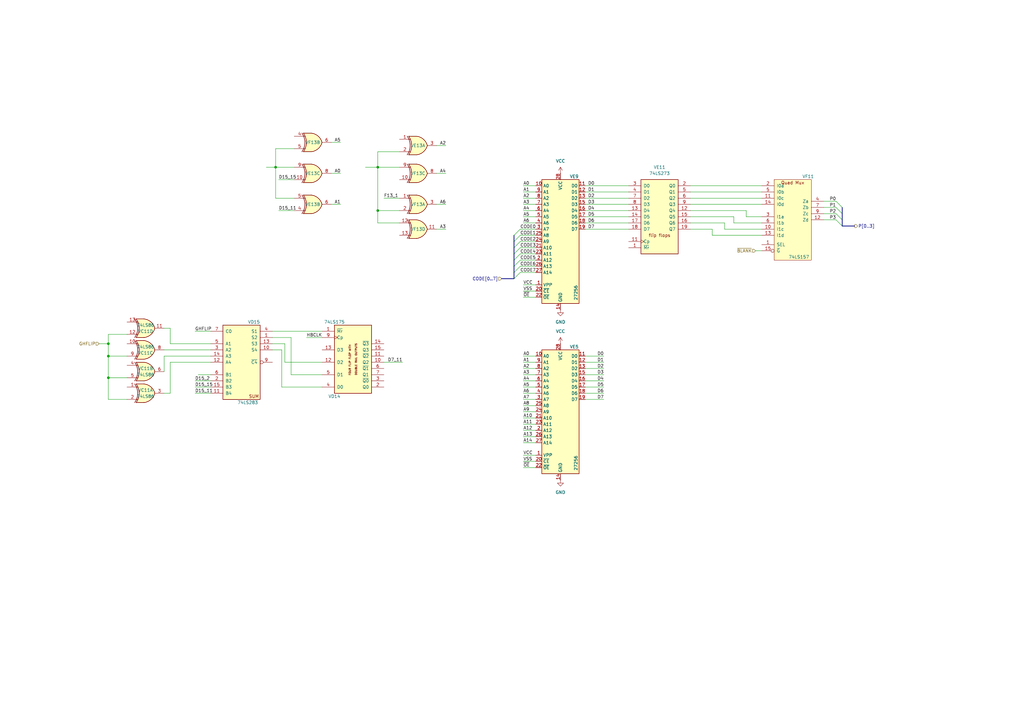
<source format=kicad_sch>
(kicad_sch (version 20231120) (generator "eeschema") (generator_version "8.0")
  (paper "A3")
  (title_block (date "2024-10-12") (company "JOTEGO") (comment 1 "Jose Tejada"))
  (lib_symbols
    (symbol "Memory_EPROM:27256"
      (property "Reference" "U" (at -7.62 26.67 0))
      (property "Value" "27256" (at 2.54 -26.67 0))
      (symbol "27256_1_1"
        (rectangle (start -7.62 25.4) (end 7.62 -25.4) (stroke (width 0.254)) (fill (type background)))
        (pin input line (at -10.16 -17.78 0) (length 2.54) (name "VPP") (number "1"))
        (pin input line (at -10.16 22.86 0) (length 2.54) (name "A0") (number "10"))
        (pin tri_state line (at 10.16 22.86 180) (length 2.54) (name "D0") (number "11"))
        (pin tri_state line (at 10.16 20.32 180) (length 2.54) (name "D1") (number "12"))
        (pin tri_state line (at 10.16 17.78 180) (length 2.54) (name "D2") (number "13"))
        (pin power_in line (at 0 -27.94 90) (length 2.54) (name "GND") (number "14"))
        (pin tri_state line (at 10.16 15.24 180) (length 2.54) (name "D3") (number "15"))
        (pin tri_state line (at 10.16 12.7 180) (length 2.54) (name "D4") (number "16"))
        (pin tri_state line (at 10.16 10.16 180) (length 2.54) (name "D5") (number "17"))
        (pin tri_state line (at 10.16 7.62 180) (length 2.54) (name "D6") (number "18"))
        (pin tri_state line (at 10.16 5.08 180) (length 2.54) (name "D7") (number "19"))
        (pin input line (at -10.16 -7.62 0) (length 2.54) (name "A12") (number "2"))
        (pin input line (at -10.16 -20.32 0) (length 2.54) (name "~{CE}") (number "20"))
        (pin input line (at -10.16 -2.54 0) (length 2.54) (name "A10") (number "21"))
        (pin input line (at -10.16 -22.86 0) (length 2.54) (name "~{OE}") (number "22"))
        (pin input line (at -10.16 -5.08 0) (length 2.54) (name "A11") (number "23"))
        (pin input line (at -10.16 0 0) (length 2.54) (name "A9") (number "24"))
        (pin input line (at -10.16 2.54 0) (length 2.54) (name "A8") (number "25"))
        (pin input line (at -10.16 -10.16 0) (length 2.54) (name "A13") (number "26"))
        (pin input line (at -10.16 -12.7 0) (length 2.54) (name "A14") (number "27"))
        (pin power_in line (at 0 27.94 270) (length 2.54) (name "VCC") (number "28"))
        (pin input line (at -10.16 5.08 0) (length 2.54) (name "A7") (number "3"))
        (pin input line (at -10.16 7.62 0) (length 2.54) (name "A6") (number "4"))
        (pin input line (at -10.16 10.16 0) (length 2.54) (name "A5") (number "5"))
        (pin input line (at -10.16 12.7 0) (length 2.54) (name "A4") (number "6"))
        (pin input line (at -10.16 15.24 0) (length 2.54) (name "A3") (number "7"))
        (pin input line (at -10.16 17.78 0) (length 2.54) (name "A2") (number "8"))
        (pin input line (at -10.16 20.32 0) (length 2.54) (name "A1") (number "9"))
      )
    )
    (symbol "jt74:74LS157" (pin_names (offset 1.016))
      (property "Reference" "U" (at 5.08 16.51 0))
      (property "Value" "74LS157" (at 0 -16.51 0))
      (symbol "74LS157_0_0"
        (text "Quad Mux" (at 0 13.97 0) (effects (font (size 1.27 1.27))))
      )
      (symbol "74LS157_1_0"
        (pin input line (at -12.7 -11.43 0) (length 5.08) (name "SEL") (number "1"))
        (pin input line (at -12.7 -5.08 0) (length 5.08) (name "I1c") (number "10"))
        (pin input line (at -12.7 7.62 0) (length 5.08) (name "I0c") (number "11"))
        (pin output line (at 12.7 -1.27 180) (length 5.08) (name "Zd") (number "12"))
        (pin input line (at -12.7 -7.62 0) (length 5.08) (name "I1d") (number "13"))
        (pin input line (at -12.7 5.08 0) (length 5.08) (name "I0d") (number "14"))
        (pin input inverted (at -12.7 -13.97 0) (length 5.08) (name "~{G}") (number "15"))
        (pin input line (at -12.7 12.7 0) (length 5.08) (name "I0a") (number "2"))
        (pin input line (at -12.7 0 0) (length 5.08) (name "I1a") (number "3"))
        (pin output line (at 12.7 6.35 180) (length 5.08) (name "Za") (number "4"))
        (pin input line (at -12.7 10.16 0) (length 5.08) (name "I0b") (number "5"))
        (pin input line (at -12.7 -2.54 0) (length 5.08) (name "I1b") (number "6"))
        (pin output line (at 12.7 3.81 180) (length 5.08) (name "Zb") (number "7"))
        (pin output line (at 12.7 1.27 180) (length 5.08) (name "Zc") (number "9"))
      )
      (symbol "74LS157_1_1"
        (rectangle (start -7.62 15.24) (end 7.62 -17.78) (fill (type background)))
      )
    )
    (symbol "jt74:74LS175" (pin_names (offset 1.016))
      (property "Reference" "U" (at -7.62 13.97 0))
      (property "Value" "74LS175" (at -7.62 -16.51 0))
      (symbol "74LS175_0_0"
        (text "DOUBLE RAIL OUTPUTS" (at 1.27 -1.27 900) (effects (font (size 0.762 0.762))))
        (text "FOUR FLIP FLOP WITH " (at -1.27 -1.27 900) (effects (font (size 0.762 0.762))))
      )
      (symbol "74LS175_1_0"
        (pin input line (at -12.7 -12.7 0) (length 5.08) (name "~{Mr}") (number "1"))
        (pin output line (at 12.7 0 180) (length 5.08) (name "Q2") (number "10"))
        (pin output line (at 12.7 -2.54 180) (length 5.08) (name "~{Q2}") (number "11"))
        (pin input line (at -12.7 0 0) (length 5.08) (name "D2") (number "12"))
        (pin input line (at -12.7 -5.08 0) (length 5.08) (name "D3") (number "13"))
        (pin output line (at 12.7 -7.62 180) (length 5.08) (name "~{Q3}") (number "14"))
        (pin output line (at 12.7 -5.08 180) (length 5.08) (name "Q3") (number "15"))
        (pin output line (at 12.7 10.16 180) (length 5.08) (name "Q0") (number "2"))
        (pin output line (at 12.7 7.62 180) (length 5.08) (name "~{Q0}") (number "3"))
        (pin input line (at -12.7 10.16 0) (length 5.08) (name "D0") (number "4"))
        (pin input line (at -12.7 5.08 0) (length 5.08) (name "D1") (number "5"))
        (pin output line (at 12.7 2.54 180) (length 5.08) (name "~{Q1}") (number "6"))
        (pin output line (at 12.7 5.08 180) (length 5.08) (name "Q1") (number "7"))
        (pin input clock (at -12.7 -10.16 0) (length 5.08) (name "Cp") (number "9"))
      )
      (symbol "74LS175_1_1"
        (rectangle (start -7.62 12.7) (end 7.62 -15.24) (stroke (width 0.254)) (fill (type background)))
      )
    )
    (symbol "jt74:74LS273" (pin_names (offset 1.016))
      (property "Reference" "U" (at 0 2.54 0))
      (property "Value" "74LS273" (at 2.54 -13.97 0))
      (symbol "74LS273_0_0"
        (text "flip flops" (at 0 -7.62 0) (effects (font (size 1.27 1.27))))
      )
      (symbol "74LS273_1_0"
        (pin input line (at -12.7 -12.7 0) (length 5.08) (name "~{Mr}") (number "1"))
        (pin input clock (at -12.7 -10.16 0) (length 5.08) (name "Cp") (number "11"))
        (pin output line (at 12.7 2.54 180) (length 5.08) (name "Q4") (number "12"))
        (pin input line (at -12.7 2.54 0) (length 5.08) (name "D4") (number "13"))
        (pin input line (at -12.7 0 0) (length 5.08) (name "D5") (number "14"))
        (pin output line (at 12.7 0 180) (length 5.08) (name "Q5") (number "15"))
        (pin output line (at 12.7 -2.54 180) (length 5.08) (name "Q6") (number "16"))
        (pin input line (at -12.7 -2.54 0) (length 5.08) (name "D6") (number "17"))
        (pin input line (at -12.7 -5.08 0) (length 5.08) (name "D7") (number "18"))
        (pin output line (at 12.7 -5.08 180) (length 5.08) (name "Q7") (number "19"))
        (pin output line (at 12.7 12.7 180) (length 5.08) (name "Q0") (number "2"))
        (pin input line (at -12.7 12.7 0) (length 5.08) (name "D0") (number "3"))
        (pin input line (at -12.7 10.16 0) (length 5.08) (name "D1") (number "4"))
        (pin output line (at 12.7 10.16 180) (length 5.08) (name "Q1") (number "5"))
        (pin output line (at 12.7 7.62 180) (length 5.08) (name "Q2") (number "6"))
        (pin input line (at -12.7 7.62 0) (length 5.08) (name "D2") (number "7"))
        (pin input line (at -12.7 5.08 0) (length 5.08) (name "D3") (number "8"))
        (pin output line (at 12.7 5.08 180) (length 5.08) (name "Q3") (number "9"))
      )
      (symbol "74LS273_1_1"
        (rectangle (start -7.62 15.24) (end 7.62 -15.24) (stroke (width 0.254)) (fill (type background)))
      )
    )
    (symbol "jt74:74LS283" (pin_names (offset 1.016))
      (property "Reference" "U" (at 0 -5.08 0))
      (property "Value" "74LS283" (at 1.27 -7.62 0))
      (symbol "74LS283_0_0"
        (text "SUM" (at 5.08 -13.97 0) (effects (font (size 1.27 1.27))))
      )
      (symbol "74LS283_1_0"
        (pin output line (at 12.7 10.16 180) (length 5.08) (name "S2") (number "1"))
        (pin output line (at 12.7 5.08 180) (length 5.08) (name "S4") (number "10"))
        (pin input line (at -12.7 -12.7 0) (length 5.08) (name "B4") (number "11"))
        (pin input line (at -12.7 0 0) (length 5.08) (name "A4") (number "12"))
        (pin output line (at 12.7 7.62 180) (length 5.08) (name "S3") (number "13"))
        (pin input line (at -12.7 2.54 0) (length 5.08) (name "A3") (number "14"))
        (pin input line (at -12.7 -10.16 0) (length 5.08) (name "B3") (number "15"))
        (pin input line (at -12.7 -7.62 0) (length 5.08) (name "B2") (number "2"))
        (pin input line (at -12.7 5.08 0) (length 5.08) (name "A2") (number "3"))
        (pin output line (at 12.7 12.7 180) (length 5.08) (name "S1") (number "4"))
        (pin input line (at -12.7 7.62 0) (length 5.08) (name "A1") (number "5"))
        (pin input line (at -12.7 -5.08 0) (length 5.08) (name "B1") (number "6"))
        (pin input line (at -12.7 12.7 0) (length 5.08) (name "C0") (number "7"))
        (pin output inverted (at 12.7 0 180) (length 5.08) (name "~{C4}") (number "9"))
      )
      (symbol "74LS283_1_1"
        (rectangle (start -7.62 15.24) (end 7.62 -15.24) (stroke (width 0.254)) (fill (type background)))
      )
    )
    (symbol "jt74:74LS86" (pin_names (offset 1.016))
      (property "Reference" "U" (at 0 1.27 0))
      (property "Value" "74LS86" (at 0 -1.27 0))
      (symbol "74LS86_1_0"
        (arc (start -4.4196 -3.81) (mid -3.2033 0) (end -4.4196 3.81) (stroke (width 0.254)))
        (arc (start -3.81 -3.81) (mid -2.589 0) (end -3.81 3.81) (stroke (width 0.254)))
        (arc (start -0.6096 -3.81) (mid 2.1842 -2.5851) (end 3.81 0) (stroke (width 0.254)) (fill (type background)))
        (polyline (pts (xy -3.81 -3.81) (xy -0.635 -3.81)) (stroke (width 0.254)) (fill (type background)))
        (polyline (pts (xy -3.81 3.81) (xy -0.635 3.81)) (stroke (width 0.254)) (fill (type background)))
        (polyline (pts (xy -0.635 3.81) (xy -3.81 3.81) (xy -3.81 3.81) (xy -3.556 3.4036) (xy -3.0226 2.2606) (xy -2.6924 1.0414) (xy -2.6162 -0.254) (xy -2.7686 -1.4986) (xy -3.175 -2.7178) (xy -3.81 -3.81) (xy -3.81 -3.81) (xy -0.635 -3.81)) (stroke (width -25.4)) (fill (type background)))
        (arc (start 3.81 0) (mid 2.1915 2.5936) (end -0.6096 3.81) (stroke (width 0.254)) (fill (type background)))
        (pin input line (at -7.62 2.54 0) (length 4.445) (name "~") (number "1"))
        (pin input line (at -7.62 -2.54 0) (length 4.445) (name "~") (number "2"))
        (pin output line (at 7.62 0 180) (length 3.81) (name "~") (number "3"))
      )
      (symbol "74LS86_1_1"
        (polyline (pts (xy -3.81 -2.54) (xy -3.175 -2.54)) (stroke (width 0.1524)))
        (polyline (pts (xy -3.81 2.54) (xy -3.175 2.54)) (stroke (width 0.1524)))
      )
      (symbol "74LS86_2_0"
        (arc (start -4.4196 -3.81) (mid -3.2033 0) (end -4.4196 3.81) (stroke (width 0.254)))
        (arc (start -3.81 -3.81) (mid -2.589 0) (end -3.81 3.81) (stroke (width 0.254)))
        (arc (start -0.6096 -3.81) (mid 2.1842 -2.5851) (end 3.81 0) (stroke (width 0.254)) (fill (type background)))
        (polyline (pts (xy -3.81 -3.81) (xy -0.635 -3.81)) (stroke (width 0.254)) (fill (type background)))
        (polyline (pts (xy -3.81 3.81) (xy -0.635 3.81)) (stroke (width 0.254)) (fill (type background)))
        (polyline (pts (xy -0.635 3.81) (xy -3.81 3.81) (xy -3.81 3.81) (xy -3.556 3.4036) (xy -3.0226 2.2606) (xy -2.6924 1.0414) (xy -2.6162 -0.254) (xy -2.7686 -1.4986) (xy -3.175 -2.7178) (xy -3.81 -3.81) (xy -3.81 -3.81) (xy -0.635 -3.81)) (stroke (width -25.4)) (fill (type background)))
        (arc (start 3.81 0) (mid 2.1915 2.5936) (end -0.6096 3.81) (stroke (width 0.254)) (fill (type background)))
        (pin input line (at -7.62 2.54 0) (length 4.445) (name "~") (number "4"))
        (pin input line (at -7.62 -2.54 0) (length 4.445) (name "~") (number "5"))
        (pin output line (at 7.62 0 180) (length 3.81) (name "~") (number "6"))
      )
      (symbol "74LS86_2_1"
        (polyline (pts (xy -3.81 -2.54) (xy -3.175 -2.54)) (stroke (width 0.1524)))
        (polyline (pts (xy -3.81 2.54) (xy -3.175 2.54)) (stroke (width 0.1524)))
      )
      (symbol "74LS86_3_0"
        (arc (start -4.4196 -3.81) (mid -3.2033 0) (end -4.4196 3.81) (stroke (width 0.254)))
        (arc (start -3.81 -3.81) (mid -2.589 0) (end -3.81 3.81) (stroke (width 0.254)))
        (arc (start -0.6096 -3.81) (mid 2.1842 -2.5851) (end 3.81 0) (stroke (width 0.254)) (fill (type background)))
        (polyline (pts (xy -3.81 -3.81) (xy -0.635 -3.81)) (stroke (width 0.254)) (fill (type background)))
        (polyline (pts (xy -3.81 3.81) (xy -0.635 3.81)) (stroke (width 0.254)) (fill (type background)))
        (polyline (pts (xy -0.635 3.81) (xy -3.81 3.81) (xy -3.81 3.81) (xy -3.556 3.4036) (xy -3.0226 2.2606) (xy -2.6924 1.0414) (xy -2.6162 -0.254) (xy -2.7686 -1.4986) (xy -3.175 -2.7178) (xy -3.81 -3.81) (xy -3.81 -3.81) (xy -0.635 -3.81)) (stroke (width -25.4)) (fill (type background)))
        (arc (start 3.81 0) (mid 2.1915 2.5936) (end -0.6096 3.81) (stroke (width 0.254)) (fill (type background)))
        (pin input line (at -7.62 -2.54 0) (length 4.445) (name "~") (number "10"))
        (pin output line (at 7.62 0 180) (length 3.81) (name "~") (number "8"))
        (pin input line (at -7.62 2.54 0) (length 4.445) (name "~") (number "9"))
      )
      (symbol "74LS86_3_1"
        (polyline (pts (xy -3.81 -2.54) (xy -3.175 -2.54)) (stroke (width 0.1524)))
        (polyline (pts (xy -3.81 2.54) (xy -3.175 2.54)) (stroke (width 0.1524)))
      )
      (symbol "74LS86_4_0"
        (arc (start -4.4196 -3.81) (mid -3.2033 0) (end -4.4196 3.81) (stroke (width 0.254)))
        (arc (start -3.81 -3.81) (mid -2.589 0) (end -3.81 3.81) (stroke (width 0.254)))
        (arc (start -0.6096 -3.81) (mid 2.1842 -2.5851) (end 3.81 0) (stroke (width 0.254)) (fill (type background)))
        (polyline (pts (xy -3.81 -3.81) (xy -0.635 -3.81)) (stroke (width 0.254)) (fill (type background)))
        (polyline (pts (xy -3.81 3.81) (xy -0.635 3.81)) (stroke (width 0.254)) (fill (type background)))
        (polyline (pts (xy -0.635 3.81) (xy -3.81 3.81) (xy -3.81 3.81) (xy -3.556 3.4036) (xy -3.0226 2.2606) (xy -2.6924 1.0414) (xy -2.6162 -0.254) (xy -2.7686 -1.4986) (xy -3.175 -2.7178) (xy -3.81 -3.81) (xy -3.81 -3.81) (xy -0.635 -3.81)) (stroke (width -25.4)) (fill (type background)))
        (arc (start 3.81 0) (mid 2.1915 2.5936) (end -0.6096 3.81) (stroke (width 0.254)) (fill (type background)))
        (pin output line (at 7.62 0 180) (length 3.81) (name "~") (number "11"))
        (pin input line (at -7.62 2.54 0) (length 4.445) (name "~") (number "12"))
        (pin input line (at -7.62 -2.54 0) (length 4.445) (name "~") (number "13"))
      )
      (symbol "74LS86_4_1"
        (polyline (pts (xy -3.81 -2.54) (xy -3.175 -2.54)) (stroke (width 0.1524)))
        (polyline (pts (xy -3.81 2.54) (xy -3.175 2.54)) (stroke (width 0.1524)))
      )
      (symbol "74LS86_5_0"
        (pin power_in line (at 0 7.62 270) (length 5.08) hide (name "VCC") (number "14"))
        (pin power_in line (at 0 -7.62 90) (length 5.08) hide (name "VSS") (number "7"))
      )
      (symbol "74LS86_5_1"
        (rectangle (start -5.08 7.62) (end 5.08 -7.62) (stroke (width 0.254)) (fill (type background)))
      )
    )
    (symbol "power:GND" (power) (pin_numbers hide) (pin_names (offset 0) hide)
      (property "Value" "GND" (at 0 -3.81 0))
      (symbol "GND_0_1"
        (polyline (pts (xy 0 0) (xy 0 -1.27) (xy 1.27 -1.27) (xy 0 -2.54) (xy -1.27 -1.27) (xy 0 -1.27)))
      )
      (symbol "GND_1_1"
        (pin power_in line (at 0 0 270) (length 0) (name "~") (number "1"))
      )
    )
    (symbol "power:VCC" (power) (pin_numbers hide) (pin_names (offset 0) hide)
      (property "Value" "VCC" (at 0 3.556 0))
      (symbol "VCC_0_1"
        (polyline (pts (xy -0.762 1.27) (xy 0 2.54)))
        (polyline (pts (xy 0 0) (xy 0 2.54)))
        (polyline (pts (xy 0 2.54) (xy 0.762 1.27)))
      )
      (symbol "VCC_1_1"
        (pin power_in line (at 0 0 90) (length 0) (name "~") (number "1"))
      )
    )
  )
  (junction (at 154.94 68.58))
  (junction (at 44.45 154.94))
  (junction (at 44.45 140.97))
  (junction (at 113.03 68.58))
  (junction (at 154.94 86.36))
  (junction (at 44.45 146.05))
  (bus_entry (at 342.9 82.55) (size 2.54 2.54))
  (bus_entry (at 342.9 87.63) (size 2.54 2.54))
  (bus_entry (at 210.82 109.22) (size 2.54 -2.54))
  (bus_entry (at 210.82 111.76) (size 2.54 -2.54))
  (bus_entry (at 210.82 96.52) (size 2.54 -2.54))
  (bus_entry (at 210.82 99.06) (size 2.54 -2.54))
  (bus_entry (at 210.82 104.14) (size 2.54 -2.54))
  (bus_entry (at 342.9 85.09) (size 2.54 2.54))
  (bus_entry (at 342.9 90.17) (size 2.54 2.54))
  (bus_entry (at 210.82 101.6) (size 2.54 -2.54))
  (bus_entry (at 210.82 106.68) (size 2.54 -2.54))
  (bus_entry (at 210.82 114.3) (size 2.54 -2.54))
  (wire (pts (xy 214.63 91.44) (xy 219.71 91.44)))
  (wire (pts (xy 214.63 189.23) (xy 219.71 189.23)))
  (wire (pts (xy 67.31 143.51) (xy 86.36 143.51)))
  (wire (pts (xy 240.03 153.67) (xy 247.65 153.67)))
  (wire (pts (xy 81.28 153.67) (xy 86.36 153.67)))
  (wire (pts (xy 154.94 91.44) (xy 163.83 91.44)))
  (wire (pts (xy 214.63 158.75) (xy 219.71 158.75)))
  (wire (pts (xy 214.63 163.83) (xy 219.71 163.83)))
  (wire (pts (xy 240.03 91.44) (xy 257.81 91.44)))
  (wire (pts (xy 283.21 78.74) (xy 312.42 78.74)))
  (wire (pts (xy 213.36 106.68) (xy 219.71 106.68)))
  (wire (pts (xy 179.07 71.12) (xy 182.88 71.12)))
  (wire (pts (xy 240.03 158.75) (xy 247.65 158.75)))
  (wire (pts (xy 179.07 93.98) (xy 182.88 93.98)))
  (wire (pts (xy 109.22 68.58) (xy 113.03 68.58)))
  (wire (pts (xy 213.36 96.52) (xy 219.71 96.52)))
  (wire (pts (xy 283.21 86.36) (xy 306.07 86.36)))
  (wire (pts (xy 337.82 87.63) (xy 342.9 87.63)))
  (wire (pts (xy 154.94 68.58) (xy 163.83 68.58)))
  (wire (pts (xy 125.73 138.43) (xy 132.08 138.43)))
  (bus (pts (xy 345.44 92.71) (xy 350.52 92.71)))
  (wire (pts (xy 240.03 81.28) (xy 257.81 81.28)))
  (wire (pts (xy 214.63 119.38) (xy 219.71 119.38)))
  (wire (pts (xy 337.82 85.09) (xy 342.9 85.09)))
  (wire (pts (xy 214.63 191.77) (xy 219.71 191.77)))
  (wire (pts (xy 116.84 148.59) (xy 132.08 148.59)))
  (wire (pts (xy 113.03 68.58) (xy 120.65 68.58)))
  (bus (pts (xy 210.82 101.6) (xy 210.82 104.14)))
  (wire (pts (xy 44.45 146.05) (xy 52.07 146.05)))
  (wire (pts (xy 214.63 166.37) (xy 219.71 166.37)))
  (wire (pts (xy 157.48 148.59) (xy 165.1 148.59)))
  (wire (pts (xy 240.03 148.59) (xy 247.65 148.59)))
  (wire (pts (xy 240.03 83.82) (xy 257.81 83.82)))
  (wire (pts (xy 44.45 154.94) (xy 44.45 163.83)))
  (wire (pts (xy 179.07 59.69) (xy 182.88 59.69)))
  (wire (pts (xy 214.63 179.07) (xy 219.71 179.07)))
  (wire (pts (xy 240.03 88.9) (xy 257.81 88.9)))
  (wire (pts (xy 214.63 176.53) (xy 219.71 176.53)))
  (wire (pts (xy 214.63 116.84) (xy 219.71 116.84)))
  (wire (pts (xy 113.03 68.58) (xy 113.03 81.28)))
  (wire (pts (xy 214.63 78.74) (xy 219.71 78.74)))
  (wire (pts (xy 214.63 181.61) (xy 219.71 181.61)))
  (wire (pts (xy 283.21 93.98) (xy 292.1 93.98)))
  (wire (pts (xy 157.48 81.28) (xy 163.83 81.28)))
  (wire (pts (xy 154.94 62.23) (xy 163.83 62.23)))
  (wire (pts (xy 116.84 140.97) (xy 116.84 148.59)))
  (wire (pts (xy 292.1 96.52) (xy 312.42 96.52)))
  (wire (pts (xy 283.21 76.2) (xy 312.42 76.2)))
  (wire (pts (xy 69.85 134.62) (xy 69.85 140.97)))
  (wire (pts (xy 214.63 86.36) (xy 219.71 86.36)))
  (bus (pts (xy 210.82 111.76) (xy 210.82 114.3)))
  (bus (pts (xy 205.74 114.3) (xy 210.82 114.3)))
  (wire (pts (xy 306.07 88.9) (xy 312.42 88.9)))
  (bus (pts (xy 210.82 109.22) (xy 210.82 111.76)))
  (wire (pts (xy 300.99 91.44) (xy 312.42 91.44)))
  (wire (pts (xy 292.1 93.98) (xy 292.1 96.52)))
  (wire (pts (xy 149.86 68.58) (xy 154.94 68.58)))
  (wire (pts (xy 337.82 90.17) (xy 342.9 90.17)))
  (wire (pts (xy 283.21 81.28) (xy 312.42 81.28)))
  (wire (pts (xy 80.01 158.75) (xy 86.36 158.75)))
  (wire (pts (xy 80.01 161.29) (xy 86.36 161.29)))
  (wire (pts (xy 214.63 161.29) (xy 219.71 161.29)))
  (wire (pts (xy 306.07 86.36) (xy 306.07 88.9)))
  (wire (pts (xy 214.63 81.28) (xy 219.71 81.28)))
  (wire (pts (xy 214.63 186.69) (xy 219.71 186.69)))
  (wire (pts (xy 213.36 99.06) (xy 219.71 99.06)))
  (bus (pts (xy 345.44 85.09) (xy 345.44 87.63)))
  (wire (pts (xy 44.45 146.05) (xy 44.45 154.94)))
  (wire (pts (xy 44.45 163.83) (xy 52.07 163.83)))
  (wire (pts (xy 67.31 161.29) (xy 69.85 161.29)))
  (wire (pts (xy 154.94 86.36) (xy 154.94 91.44)))
  (wire (pts (xy 213.36 101.6) (xy 219.71 101.6)))
  (wire (pts (xy 213.36 93.98) (xy 219.71 93.98)))
  (wire (pts (xy 52.07 137.16) (xy 44.45 137.16)))
  (wire (pts (xy 67.31 134.62) (xy 69.85 134.62)))
  (wire (pts (xy 69.85 148.59) (xy 86.36 148.59)))
  (wire (pts (xy 80.01 135.89) (xy 86.36 135.89)))
  (wire (pts (xy 214.63 146.05) (xy 219.71 146.05)))
  (wire (pts (xy 240.03 86.36) (xy 257.81 86.36)))
  (wire (pts (xy 111.76 140.97) (xy 116.84 140.97)))
  (wire (pts (xy 240.03 163.83) (xy 247.65 163.83)))
  (wire (pts (xy 213.36 109.22) (xy 219.71 109.22)))
  (bus (pts (xy 210.82 96.52) (xy 210.82 99.06)))
  (wire (pts (xy 240.03 161.29) (xy 247.65 161.29)))
  (wire (pts (xy 119.38 138.43) (xy 119.38 153.67)))
  (wire (pts (xy 44.45 137.16) (xy 44.45 140.97)))
  (wire (pts (xy 337.82 82.55) (xy 342.9 82.55)))
  (wire (pts (xy 214.63 88.9) (xy 219.71 88.9)))
  (wire (pts (xy 67.31 152.4) (xy 67.31 146.05)))
  (wire (pts (xy 309.88 102.87) (xy 312.42 102.87)))
  (wire (pts (xy 135.89 83.82) (xy 139.7 83.82)))
  (wire (pts (xy 297.18 91.44) (xy 297.18 93.98)))
  (wire (pts (xy 67.31 146.05) (xy 86.36 146.05)))
  (wire (pts (xy 154.94 86.36) (xy 163.83 86.36)))
  (bus (pts (xy 210.82 99.06) (xy 210.82 101.6)))
  (wire (pts (xy 115.57 143.51) (xy 115.57 158.75)))
  (wire (pts (xy 214.63 148.59) (xy 219.71 148.59)))
  (wire (pts (xy 283.21 88.9) (xy 300.99 88.9)))
  (wire (pts (xy 240.03 76.2) (xy 257.81 76.2)))
  (bus (pts (xy 345.44 87.63) (xy 345.44 90.17)))
  (wire (pts (xy 214.63 121.92) (xy 219.71 121.92)))
  (wire (pts (xy 111.76 138.43) (xy 119.38 138.43)))
  (wire (pts (xy 214.63 83.82) (xy 219.71 83.82)))
  (bus (pts (xy 345.44 90.17) (xy 345.44 92.71)))
  (wire (pts (xy 214.63 171.45) (xy 219.71 171.45)))
  (wire (pts (xy 113.03 68.58) (xy 113.03 60.96)))
  (wire (pts (xy 214.63 173.99) (xy 219.71 173.99)))
  (wire (pts (xy 240.03 151.13) (xy 247.65 151.13)))
  (wire (pts (xy 240.03 78.74) (xy 257.81 78.74)))
  (wire (pts (xy 69.85 140.97) (xy 86.36 140.97)))
  (wire (pts (xy 114.3 86.36) (xy 120.65 86.36)))
  (wire (pts (xy 115.57 158.75) (xy 132.08 158.75)))
  (wire (pts (xy 114.3 73.66) (xy 120.65 73.66)))
  (wire (pts (xy 283.21 83.82) (xy 312.42 83.82)))
  (wire (pts (xy 300.99 88.9) (xy 300.99 91.44)))
  (bus (pts (xy 210.82 106.68) (xy 210.82 109.22)))
  (wire (pts (xy 240.03 146.05) (xy 247.65 146.05)))
  (wire (pts (xy 214.63 76.2) (xy 219.71 76.2)))
  (wire (pts (xy 44.45 154.94) (xy 52.07 154.94)))
  (wire (pts (xy 214.63 156.21) (xy 219.71 156.21)))
  (wire (pts (xy 213.36 111.76) (xy 219.71 111.76)))
  (wire (pts (xy 240.03 156.21) (xy 247.65 156.21)))
  (wire (pts (xy 113.03 60.96) (xy 120.65 60.96)))
  (wire (pts (xy 214.63 168.91) (xy 219.71 168.91)))
  (wire (pts (xy 283.21 91.44) (xy 297.18 91.44)))
  (wire (pts (xy 135.89 58.42) (xy 139.7 58.42)))
  (wire (pts (xy 80.01 156.21) (xy 86.36 156.21)))
  (wire (pts (xy 69.85 161.29) (xy 69.85 148.59)))
  (wire (pts (xy 119.38 153.67) (xy 132.08 153.67)))
  (wire (pts (xy 240.03 93.98) (xy 257.81 93.98)))
  (wire (pts (xy 154.94 62.23) (xy 154.94 68.58)))
  (wire (pts (xy 111.76 135.89) (xy 132.08 135.89)))
  (wire (pts (xy 213.36 104.14) (xy 219.71 104.14)))
  (wire (pts (xy 297.18 93.98) (xy 312.42 93.98)))
  (wire (pts (xy 214.63 153.67) (xy 219.71 153.67)))
  (bus (pts (xy 210.82 104.14) (xy 210.82 106.68)))
  (wire (pts (xy 179.07 83.82) (xy 182.88 83.82)))
  (wire (pts (xy 40.64 140.97) (xy 44.45 140.97)))
  (wire (pts (xy 111.76 143.51) (xy 115.57 143.51)))
  (wire (pts (xy 214.63 151.13) (xy 219.71 151.13)))
  (wire (pts (xy 113.03 81.28) (xy 120.65 81.28)))
  (wire (pts (xy 44.45 140.97) (xy 44.45 146.05)))
  (wire (pts (xy 154.94 68.58) (xy 154.94 86.36)))
  (wire (pts (xy 135.89 71.12) (xy 139.7 71.12)))
  (label "CODE7" (at 213.36 111.76 0))
  (label "CODE5" (at 213.36 106.68 0))
  (label "D0" (at 247.65 146.05 180))
  (label "A7" (at 214.63 163.83 0))
  (label "A8" (at 214.63 166.37 0))
  (label "GHFLIP" (at 80.01 135.89 0))
  (label "A3" (at 182.88 93.98 180))
  (label "A1" (at 214.63 148.59 0))
  (label "A5" (at 214.63 158.75 0))
  (label "VCC" (at 214.63 186.69 0))
  (label "A3" (at 214.63 153.67 0))
  (label "VSS" (at 214.63 119.38 0))
  (label "VCC" (at 214.63 116.84 0))
  (label "P0" (at 342.9 82.55 180))
  (label "HBCLK" (at 125.73 138.43 0))
  (label "A2" (at 182.88 59.69 180))
  (label "VSS" (at 214.63 189.23 0))
  (label "A1" (at 214.63 78.74 0))
  (label "A6" (at 182.88 83.82 180))
  (label "CODE6" (at 213.36 109.22 0))
  (label "F13_1" (at 157.48 81.28 0))
  (label "A1" (at 139.7 83.82 180))
  (label "A2" (at 214.63 151.13 0))
  (label "A0" (at 214.63 76.2 0))
  (label "A5" (at 214.63 88.9 0))
  (label "P1" (at 342.9 85.09 180))
  (label "D3" (at 243.84 83.82 180))
  (label "D0" (at 243.84 76.2 180))
  (label "A4" (at 214.63 156.21 0))
  (label "D15_2" (at 80.01 156.21 0))
  (label "A6" (at 214.63 161.29 0))
  (label "D6" (at 247.65 161.29 180))
  (label "CODE4" (at 213.36 104.14 0))
  (label "D7_11" (at 165.1 148.59 180))
  (label "D5" (at 247.65 158.75 180))
  (label "~{OE}" (at 214.63 191.77 0))
  (label "A4" (at 214.63 86.36 0))
  (label "D5" (at 243.84 88.9 180))
  (label "P3" (at 342.9 90.17 180))
  (label "D3" (at 247.65 153.67 180))
  (label "D15_11" (at 114.3 86.36 0))
  (label "D2" (at 247.65 151.13 180))
  (label "D2" (at 243.84 81.28 180))
  (label "A10" (at 214.63 171.45 0))
  (label "A3" (at 214.63 83.82 0))
  (label "D7" (at 247.65 163.83 180))
  (label "D1" (at 243.84 78.74 180))
  (label "D4" (at 247.65 156.21 180))
  (label "D4" (at 243.84 86.36 180))
  (label "A9" (at 214.63 168.91 0))
  (label "D6" (at 243.84 91.44 180))
  (label "A4" (at 182.88 71.12 180))
  (label "A6" (at 214.63 91.44 0))
  (label "CODE0" (at 213.36 93.98 0))
  (label "~{OE}" (at 214.63 121.92 0))
  (label "A0" (at 214.63 146.05 0))
  (label "D7" (at 243.84 93.98 180))
  (label "CODE2" (at 213.36 99.06 0))
  (label "D15_15" (at 80.01 158.75 0))
  (label "CODE1" (at 213.36 96.52 0))
  (label "A14" (at 214.63 181.61 0))
  (label "D15_11" (at 80.01 161.29 0))
  (label "A11" (at 214.63 173.99 0))
  (label "A0" (at 139.7 71.12 180))
  (label "P2" (at 342.9 87.63 180))
  (label "D1" (at 247.65 148.59 180))
  (label "A5" (at 139.7 58.42 180))
  (label "A12" (at 214.63 176.53 0))
  (label "A13" (at 214.63 179.07 0))
  (label "A2" (at 214.63 81.28 0))
  (label "CODE3" (at 213.36 101.6 0))
  (label "D15_15" (at 114.3 73.66 0))
  (hierarchical_label "~{BLANK}" (shape input) (at 309.88 102.87 180))
  (hierarchical_label "CODE[0..7]" (shape input) (at 205.74 114.3 180))
  (hierarchical_label "GHFLIP" (shape input) (at 40.64 140.97 180))
  (hierarchical_label "P[0..3]" (shape output) (at 350.52 92.71 0))
  (symbol (lib_id "jt74:74LS86") (at 128.27 71.12 0) (unit 3)
    (property "Reference" "VE13" (at 128.27 71.12 0))
    (property "Value" "74LS86" (effects (hide yes)))
    (property "Datasheet" "74xx/74ls86.pdf" (effects (hide yes)))
    (property "Description" "Quad 2-input XOR" (effects (hide yes)))
  )
  (symbol (lib_id "power:GND") (at 229.87 127 0) (unit 1)
    (property "Reference" "#PWR012" (effects (hide yes)))
    (property "Value" "GND" (at 229.87 132.08 0))
    (property "Description" "Power symbol creates a global label with name \"GND\" , ground" (effects (hide yes)))
  )
  (symbol (lib_id "jt74:74LS283") (at 99.06 148.59 0) (unit 1)
    (property "Reference" "VD15" (at 104.14 132.08 0))
    (property "Value" "74LS283" (at 101.6 165.1 0))
    (property "Datasheet" "http://www.ti.com/lit/gpn/sn74LS283" (effects (hide yes)))
    (property "Description" "4-bit full Adder" (effects (hide yes)))
  )
  (symbol (lib_id "power:VCC") (at 229.87 71.12 0) (unit 1)
    (property "Reference" "#PWR011" (effects (hide yes)))
    (property "Value" "VCC" (at 229.87 66.04 0))
    (property "Description" "Power symbol creates a global label with name \"VCC\"" (effects (hide yes)))
  )
  (symbol (lib_id "Memory_EPROM:27256") (at 229.87 168.91 0) (unit 1)
    (property "Reference" "VE5" (at 233.68 142.24 0) (effects (justify left)))
    (property "Value" "27256" (at 236.22 193.04 90) (effects (justify left)))
    (property "Footprint" "Package_DIP:DIP-28_W15.24mm" (effects (hide yes)))
    (property "Datasheet" "http://datasheet.octopart.com/D27256-2-Intel-datasheet-17852618.pdf" (effects (hide yes)))
    (property "Description" "UV Erasable EPROM 256 KiBit, [Obsolete 2000-11]" (effects (hide yes)))
  )
  (symbol (lib_id "jt74:74LS86") (at 128.27 58.42 0) (unit 2)
    (property "Reference" "VF13" (at 128.27 58.42 0))
    (property "Value" "74LS86" (effects (hide yes)))
    (property "Datasheet" "74xx/74ls86.pdf" (effects (hide yes)))
    (property "Description" "Quad 2-input XOR" (effects (hide yes)))
  )
  (symbol (lib_id "jt74:74LS175") (at 144.78 148.59 0) (mirror x) (unit 1)
    (property "Reference" "VD14" (at 137.16 162.56 0))
    (property "Value" "74LS175" (at 137.16 132.08 0))
    (property "Datasheet" "http://www.ti.com/lit/gpn/sn74LS175" (effects (hide yes)))
    (property "Description" "4-bit D Flip-Flop, reset" (effects (hide yes)))
  )
  (symbol (lib_id "jt74:74LS273") (at 270.51 88.9 0) (unit 1)
    (property "Reference" "VE11" (at 270.51 68.58 0))
    (property "Value" "74LS273" (at 270.51 71.12 0))
    (property "Datasheet" "http://www.ti.com/lit/gpn/sn74LS273" (effects (hide yes)))
    (property "Description" "8-bit D Flip-Flop, reset" (effects (hide yes)))
  )
  (symbol (lib_id "jt74:74LS86") (at 59.69 161.29 0) (unit 1)
    (property "Reference" "VC11" (at 59.69 160.02 0))
    (property "Value" "74LS86" (at 59.69 162.56 0))
    (property "Datasheet" "74xx/74ls86.pdf" (effects (hide yes)))
    (property "Description" "Quad 2-input XOR" (effects (hide yes)))
  )
  (symbol (lib_id "jt74:74LS157") (at 325.12 88.9 0) (unit 1)
    (property "Reference" "VF11" (at 331.47 72.39 0))
    (property "Value" "74LS157" (at 327.66 105.41 0))
    (property "Datasheet" "https://www.alldatasheet.com/datasheet-pdf/pdf/27402/TI/74LS157.html" (effects (hide yes)))
    (property "Description" "Quad 2 to 1 line Multiplexer" (effects (hide yes)))
  )
  (symbol (lib_id "jt74:74LS86") (at 128.27 83.82 0) (mirror x) (unit 2)
    (property "Reference" "VE13" (at 128.27 83.82 0))
    (property "Value" "74LS86" (effects (hide yes)))
    (property "Datasheet" "74xx/74ls86.pdf" (effects (hide yes)))
    (property "Description" "Quad 2-input XOR" (effects (hide yes)))
  )
  (symbol (lib_id "jt74:74LS86") (at 59.69 143.51 0) (mirror x) (unit 3)
    (property "Reference" "VC11" (at 59.69 144.78 0))
    (property "Value" "74LS86" (at 59.69 142.24 0))
    (property "Datasheet" "74xx/74ls86.pdf" (effects (hide yes)))
    (property "Description" "Quad 2-input XOR" (effects (hide yes)))
  )
  (symbol (lib_id "jt74:74LS86") (at 171.45 71.12 0) (unit 3)
    (property "Reference" "VF13" (at 171.45 71.12 0))
    (property "Value" "74LS86" (effects (hide yes)))
    (property "Datasheet" "74xx/74ls86.pdf" (effects (hide yes)))
    (property "Description" "Quad 2-input XOR" (effects (hide yes)))
  )
  (symbol (lib_id "jt74:74LS86") (at 171.45 83.82 0) (unit 1)
    (property "Reference" "VF13" (at 171.45 83.82 0))
    (property "Value" "74LS86" (effects (hide yes)))
    (property "Datasheet" "74xx/74ls86.pdf" (effects (hide yes)))
    (property "Description" "Quad 2-input XOR" (effects (hide yes)))
  )
  (symbol (lib_id "jt74:74LS86") (at 171.45 59.69 0) (unit 1)
    (property "Reference" "VE13" (at 171.45 59.69 0))
    (property "Value" "74LS86" (effects (hide yes)))
    (property "Datasheet" "74xx/74ls86.pdf" (effects (hide yes)))
    (property "Description" "Quad 2-input XOR" (effects (hide yes)))
  )
  (symbol (lib_id "jt74:74LS86") (at 171.45 93.98 0) (unit 4)
    (property "Reference" "VF13" (at 171.45 93.98 0))
    (property "Value" "74LS86" (effects (hide yes)))
    (property "Datasheet" "74xx/74ls86.pdf" (effects (hide yes)))
    (property "Description" "Quad 2-input XOR" (effects (hide yes)))
  )
  (symbol (lib_id "Memory_EPROM:27256") (at 229.87 99.06 0) (unit 1)
    (property "Reference" "VE9" (at 233.68 72.39 0) (effects (justify left)))
    (property "Value" "27256" (at 236.22 123.19 90) (effects (justify left)))
    (property "Footprint" "Package_DIP:DIP-28_W15.24mm" (effects (hide yes)))
    (property "Datasheet" "http://datasheet.octopart.com/D27256-2-Intel-datasheet-17852618.pdf" (effects (hide yes)))
    (property "Description" "UV Erasable EPROM 256 KiBit, [Obsolete 2000-11]" (effects (hide yes)))
  )
  (symbol (lib_id "power:VCC") (at 229.87 140.97 0) (unit 1)
    (property "Reference" "#PWR013" (effects (hide yes)))
    (property "Value" "VCC" (at 229.87 135.89 0))
    (property "Description" "Power symbol creates a global label with name \"VCC\"" (effects (hide yes)))
  )
  (symbol (lib_id "power:GND") (at 229.87 196.85 0) (unit 1)
    (property "Reference" "#PWR014" (effects (hide yes)))
    (property "Value" "GND" (at 229.87 201.93 0))
    (property "Description" "Power symbol creates a global label with name \"GND\" , ground" (effects (hide yes)))
  )
  (symbol (lib_id "jt74:74LS86") (at 59.69 134.62 0) (mirror x) (unit 4)
    (property "Reference" "VC11" (at 59.69 135.89 0))
    (property "Value" "74LS86" (at 59.69 133.35 0))
    (property "Datasheet" "74xx/74ls86.pdf" (effects (hide yes)))
    (property "Description" "Quad 2-input XOR" (effects (hide yes)))
  )
  (symbol (lib_id "jt74:74LS86") (at 59.69 152.4 0) (unit 2)
    (property "Reference" "VC11" (at 59.69 151.13 0))
    (property "Value" "74LS86" (at 59.69 153.67 0))
    (property "Datasheet" "74xx/74ls86.pdf" (effects (hide yes)))
    (property "Description" "Quad 2-input XOR" (effects (hide yes)))
  )
)
</source>
